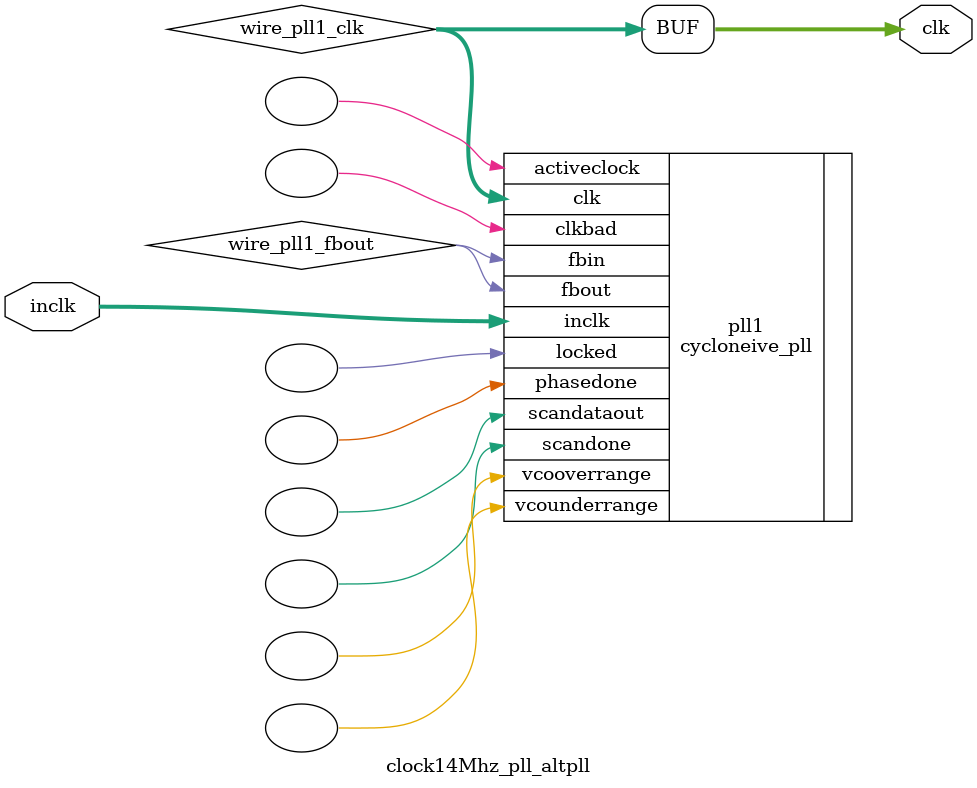
<source format=v>






//synthesis_resources = cycloneive_pll 1 
//synopsys translate_off
`timescale 1 ps / 1 ps
//synopsys translate_on
module  clock14Mhz_pll_altpll
	( 
	clk,
	inclk) /* synthesis synthesis_clearbox=1 */;
	output   [4:0]  clk;
	input   [1:0]  inclk;
`ifndef ALTERA_RESERVED_QIS
// synopsys translate_off
`endif
	tri0   [1:0]  inclk;
`ifndef ALTERA_RESERVED_QIS
// synopsys translate_on
`endif

	wire  [4:0]   wire_pll1_clk;
	wire  wire_pll1_fbout;

	cycloneive_pll   pll1
	( 
	.activeclock(),
	.clk(wire_pll1_clk),
	.clkbad(),
	.fbin(wire_pll1_fbout),
	.fbout(wire_pll1_fbout),
	.inclk(inclk),
	.locked(),
	.phasedone(),
	.scandataout(),
	.scandone(),
	.vcooverrange(),
	.vcounderrange()
	`ifndef FORMAL_VERIFICATION
	// synopsys translate_off
	`endif
	,
	.areset(1'b0),
	.clkswitch(1'b0),
	.configupdate(1'b0),
	.pfdena(1'b1),
	.phasecounterselect({3{1'b0}}),
	.phasestep(1'b0),
	.phaseupdown(1'b0),
	.scanclk(1'b0),
	.scanclkena(1'b1),
	.scandata(1'b0)
	`ifndef FORMAL_VERIFICATION
	// synopsys translate_on
	`endif
	);
	defparam
		pll1.bandwidth_type = "auto",
		pll1.clk0_divide_by = 2500000,
		pll1.clk0_duty_cycle = 50,
		pll1.clk0_multiply_by = 715909,
		pll1.clk0_phase_shift = "0",
		pll1.compensate_clock = "clk0",
		pll1.inclk0_input_frequency = 20000,
		pll1.operation_mode = "normal",
		pll1.pll_type = "auto",
		pll1.lpm_type = "cycloneive_pll";
	assign
		clk = {wire_pll1_clk[4:0]};
endmodule //clock14Mhz_pll_altpll
//VALID FILE

</source>
